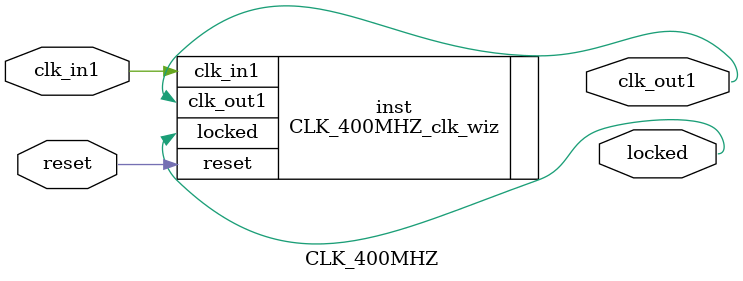
<source format=v>


`timescale 1ps/1ps

(* CORE_GENERATION_INFO = "CLK_400MHZ,clk_wiz_v5_4_3_0,{component_name=CLK_400MHZ,use_phase_alignment=true,use_min_o_jitter=false,use_max_i_jitter=false,use_dyn_phase_shift=false,use_inclk_switchover=false,use_dyn_reconfig=false,enable_axi=0,feedback_source=FDBK_AUTO,PRIMITIVE=MMCM,num_out_clk=1,clkin1_period=10.000,clkin2_period=10.000,use_power_down=false,use_reset=true,use_locked=true,use_inclk_stopped=false,feedback_type=SINGLE,CLOCK_MGR_TYPE=NA,manual_override=false}" *)

module CLK_400MHZ 
 (
  // Clock out ports
  output        clk_out1,
  // Status and control signals
  input         reset,
  output        locked,
 // Clock in ports
  input         clk_in1
 );

  CLK_400MHZ_clk_wiz inst
  (
  // Clock out ports  
  .clk_out1(clk_out1),
  // Status and control signals               
  .reset(reset), 
  .locked(locked),
 // Clock in ports
  .clk_in1(clk_in1)
  );

endmodule

</source>
